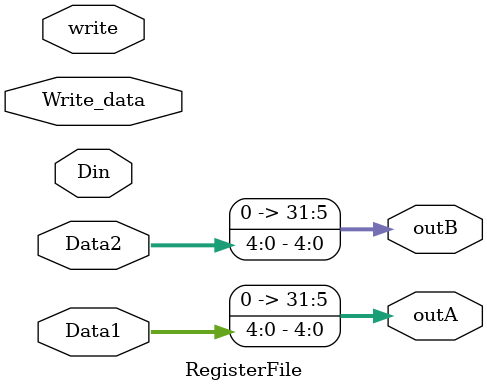
<source format=v>
`timescale 1ns / 1ps


module RegisterFile(input [31:0]Din,input [4:0]Data1,input [4:0]Data2,input [4:0]Write_data,input write,output reg [31:0]outA,output reg [31:0]outB );
reg [31:0]mem[31:0];
initial begin
mem[1]=32'b00000000000000000000000000000001;
mem[2]=32'b00000000000000000000000000000010;
end
always @(*)begin
if(write==1)
begin
mem[Write_data]=Din;
end
outA=Data1;
outB=Data2;
end    
endmodule

</source>
